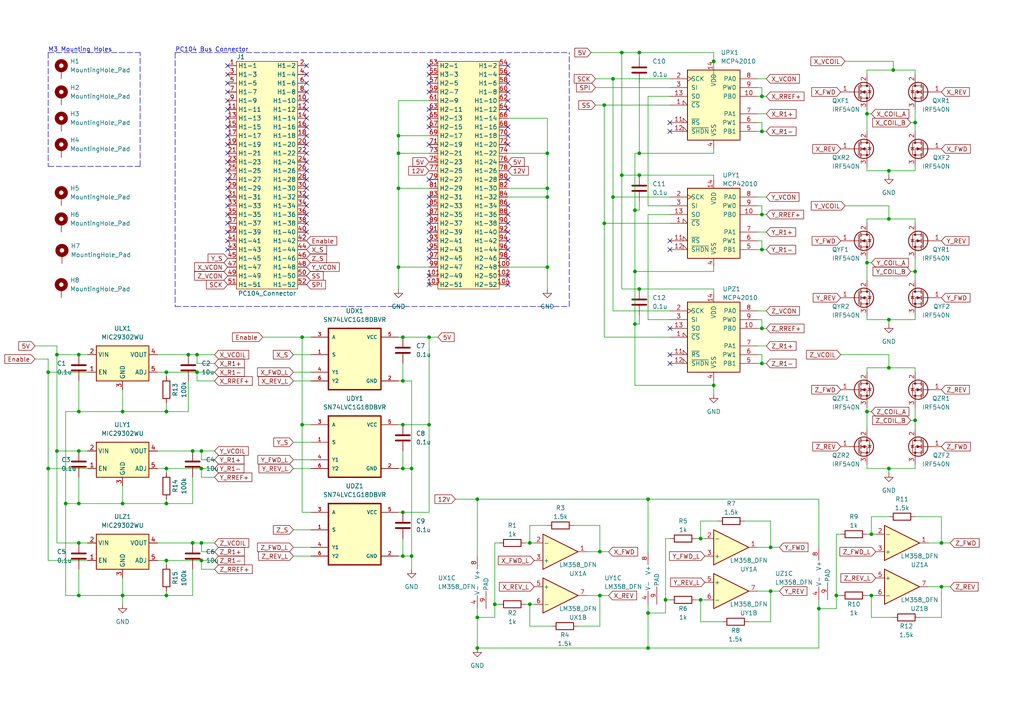
<source format=kicad_sch>
(kicad_sch (version 20211123) (generator eeschema)
  (paper "A4")
  (lib_symbols
    (symbol "Amplifier_Operational:LM358_DFN" (pin_names (offset 0.127))
      (property "Reference" "U" (at 0 5.08 0))
      (property "Value" "LM358_DFN" (at 0 -5.08 0))
      (symbol "LM358_DFN_1_1"
        (pin output line (at 7.62 0 180) (length 2.54) (name "~") (number "1"))
        (pin input line (at -7.62 -2.54 0) (length 2.54) (name "-") (number "2"))
        (pin input line (at -7.62 2.54 0) (length 2.54) (name "+") (number "3"))
      )
      (symbol "LM358_DFN_2_1"
        (pin input line (at -7.62 2.54 0) (length 2.54) (name "+") (number "5"))
        (pin input line (at -7.62 -2.54 0) (length 2.54) (name "-") (number "6"))
        (pin output line (at 7.62 0 180) (length 2.54) (name "~") (number "7"))
      )
      (symbol "LM358_DFN_3_1"
        (pin power_in line (at -2.54 -7.62 90) (length 3.81) (name "V-") (number "4"))
        (pin power_in line (at -2.54 7.62 270) (length 3.81) (name "V+") (number "8"))
        (pin power_in line (at 0 -7.62 90) (length 5.08) (name "PAD") (number "9"))
      )
    )
    (symbol "Device:C" (pin_numbers hide) (pin_names (offset 0.254))
      (property "Reference" "C" (at 0.635 2.54 0))
      (property "Value" "C" (at 0.635 -2.54 0))
      (symbol "C_1_1"
        (pin passive line (at 0 3.81 270) (length 2.794) (name "~") (number "1"))
        (pin passive line (at 0 -3.81 90) (length 2.794) (name "~") (number "2"))
      )
    )
    (symbol "Device:R" (pin_numbers hide) (pin_names (offset 0))
      (property "Reference" "R" (at 2.032 0 90))
      (property "Value" "R" (at 0 0 90))
      (symbol "R_1_1"
        (pin passive line (at 0 3.81 270) (length 1.27) (name "~") (number "1"))
        (pin passive line (at 0 -3.81 90) (length 1.27) (name "~") (number "2"))
      )
    )
    (symbol "Mechanical:MountingHole_Pad" (pin_numbers hide) (pin_names (offset 1.016) hide)
      (property "Reference" "H" (at 0 6.35 0))
      (property "Value" "MountingHole_Pad" (at 0 4.445 0))
      (symbol "MountingHole_Pad_1_1"
        (pin input line (at 0 -2.54 90) (length 2.54) (name "1") (number "1"))
      )
    )
    (symbol "Potentiometer_Digital:MCP42010" (pin_names (offset 1.016))
      (property "Reference" "U" (at -7.62 11.43 0))
      (property "Value" "MCP42010" (at 2.54 11.43 0))
      (symbol "MCP42010_1_1"
        (pin input input_low (at -12.7 0 0) (length 5.08) (name "~{CS}") (number "1"))
        (pin passive line (at 12.7 2.54 180) (length 5.08) (name "PB0") (number "10"))
        (pin input input_low (at -12.7 -5.08 0) (length 5.08) (name "~{RS}") (number "11"))
        (pin input input_low (at -12.7 -7.62 0) (length 5.08) (name "~{SHDN}") (number "12"))
        (pin output line (at -12.7 2.54 0) (length 5.08) (name "SO") (number "13"))
        (pin power_in line (at 0 12.7 270) (length 2.54) (name "VDD") (number "14"))
        (pin input clock (at -12.7 7.62 0) (length 5.08) (name "SCK") (number "2"))
        (pin input line (at -12.7 5.08 0) (length 5.08) (name "SI") (number "3"))
        (pin power_in line (at 0 -12.7 90) (length 2.54) (name "VSS") (number "4"))
        (pin passive line (at 12.7 -7.62 180) (length 5.08) (name "PB1") (number "5"))
        (pin passive line (at 12.7 -5.08 180) (length 5.08) (name "PW1") (number "6"))
        (pin passive line (at 12.7 -2.54 180) (length 5.08) (name "PA1") (number "7"))
        (pin passive line (at 12.7 7.62 180) (length 5.08) (name "PA0") (number "8"))
        (pin passive line (at 12.7 5.08 180) (length 5.08) (name "PW0") (number "9"))
      )
    )
    (symbol "Regulator_Linear:MIC29302WU"
      (property "Reference" "U" (at -6.35 6.35 0))
      (property "Value" "MIC29302WU" (at 2.54 6.35 0))
      (symbol "MIC29302WU_1_1"
        (pin input line (at -10.16 -2.54 0) (length 2.54) (name "EN") (number "1"))
        (pin power_in line (at -10.16 2.54 0) (length 2.54) (name "VIN") (number "2"))
        (pin power_in line (at 0 -7.62 90) (length 2.54) (name "GND") (number "3"))
        (pin power_out line (at 10.16 2.54 180) (length 2.54) (name "VOUT") (number "4"))
        (pin input line (at 10.16 -2.54 180) (length 2.54) (name "ADJ") (number "5"))
      )
    )
    (symbol "SN74LVC1G18DBVR:SN74LVC1G18DBVR" (pin_names (offset 1.016))
      (property "Reference" "U" (at -5.08 3.81 0))
      (property "Value" "SN74LVC1G18DBVR" (at -12.7 -19.2278 0))
      (symbol "SN74LVC1G18DBVR_0_0"
        (pin bidirectional line (at -10.16 -5.08 0) (length 5.08) (name "S") (number "1"))
        (pin power_in line (at 15.24 -12.7 180) (length 5.08) (name "GND") (number "2"))
        (pin bidirectional line (at -10.16 0 0) (length 5.08) (name "A") (number "3"))
        (pin bidirectional line (at -10.16 -10.16 0) (length 5.08) (name "Y1") (number "4"))
        (pin power_in line (at 15.24 0 180) (length 5.08) (name "VCC") (number "5"))
        (pin bidirectional line (at -10.16 -12.7 0) (length 5.08) (name "Y2") (number "6"))
      )
    )
    (symbol "Transistor_FET:IRF540N" (pin_names hide)
      (property "Reference" "Q" (at 6.35 1.905 0))
      (property "Value" "IRF540N" (at 6.35 0 0))
      (symbol "IRF540N_1_1"
        (pin input line (at -5.08 0 0) (length 2.54) (name "G") (number "1"))
        (pin passive line (at 2.54 5.08 270) (length 2.54) (name "D") (number "2"))
        (pin passive line (at 2.54 -5.08 90) (length 2.54) (name "S") (number "3"))
      )
    )
    (symbol "power:GND" (power) (pin_names (offset 0))
      (property "Value" "GND" (at 0 -3.81 0))
      (symbol "GND_1_1"
        (pin power_in line (at 0 0 270) (length 0) hide (name "GND") (number "1"))
      )
    )
    (symbol "qset-connector-library:PC104_Connector"
      (property "Reference" "J" (at -36.83 -71.12 0))
      (property "Value" "PC104_Connector" (at -26.67 -71.12 0))
      (symbol "PC104_Connector_1_1"
        (pin bidirectional line (at -40.64 -3.81 0) (length 2.54) (name "H1-1") (number "1"))
        (pin bidirectional line (at -17.78 -13.97 180) (length 2.54) (name "H1-10") (number "10"))
        (pin bidirectional line (at 40.64 -62.23 180) (length 2.54) (name "H2-48") (number "100"))
        (pin bidirectional line (at 17.78 -64.77 0) (length 2.54) (name "H2-49") (number "101"))
        (pin bidirectional line (at 40.64 -64.77 180) (length 2.54) (name "H2-50") (number "102"))
        (pin bidirectional line (at 17.78 -67.31 0) (length 2.54) (name "H2-51") (number "103"))
        (pin bidirectional line (at 40.64 -67.31 180) (length 2.54) (name "H2-52") (number "104"))
        (pin bidirectional line (at -40.64 -16.51 0) (length 2.54) (name "H1-11") (number "11"))
        (pin bidirectional line (at -17.78 -16.51 180) (length 2.54) (name "H1-12") (number "12"))
        (pin bidirectional line (at -40.64 -19.05 0) (length 2.54) (name "H1-13") (number "13"))
        (pin bidirectional line (at -17.78 -19.05 180) (length 2.54) (name "H1-14") (number "14"))
        (pin bidirectional line (at -40.64 -21.59 0) (length 2.54) (name "H1-15") (number "15"))
        (pin bidirectional line (at -17.78 -21.59 180) (length 2.54) (name "H1-16") (number "16"))
        (pin bidirectional line (at -40.64 -24.13 0) (length 2.54) (name "H1-17") (number "17"))
        (pin bidirectional line (at -17.78 -24.13 180) (length 2.54) (name "H1-18") (number "18"))
        (pin bidirectional line (at -40.64 -26.67 0) (length 2.54) (name "H1-19") (number "19"))
        (pin bidirectional line (at -17.78 -3.81 180) (length 2.54) (name "H1-2") (number "2"))
        (pin bidirectional line (at -17.78 -26.67 180) (length 2.54) (name "H1-20") (number "20"))
        (pin bidirectional line (at -40.64 -29.21 0) (length 2.54) (name "H1-21") (number "21"))
        (pin bidirectional line (at -17.78 -29.21 180) (length 2.54) (name "H1-22") (number "22"))
        (pin bidirectional line (at -40.64 -31.75 0) (length 2.54) (name "H1-23") (number "23"))
        (pin bidirectional line (at -17.78 -31.75 180) (length 2.54) (name "H1-24") (number "24"))
        (pin bidirectional line (at -40.64 -34.29 0) (length 2.54) (name "H1-25") (number "25"))
        (pin bidirectional line (at -17.78 -34.29 180) (length 2.54) (name "H1-26") (number "26"))
        (pin bidirectional line (at -40.64 -36.83 0) (length 2.54) (name "H1-27") (number "27"))
        (pin bidirectional line (at -17.78 -36.83 180) (length 2.54) (name "H1-28") (number "28"))
        (pin bidirectional line (at -40.64 -39.37 0) (length 2.54) (name "H1-29") (number "29"))
        (pin bidirectional line (at -40.64 -6.35 0) (length 2.54) (name "H1-3") (number "3"))
        (pin bidirectional line (at -17.78 -39.37 180) (length 2.54) (name "H1-30") (number "30"))
        (pin bidirectional line (at -40.64 -41.91 0) (length 2.54) (name "H1-31") (number "31"))
        (pin bidirectional line (at -17.78 -41.91 180) (length 2.54) (name "H1-32") (number "32"))
        (pin bidirectional line (at -40.64 -44.45 0) (length 2.54) (name "H1-33") (number "33"))
        (pin bidirectional line (at -17.78 -44.45 180) (length 2.54) (name "H1-34") (number "34"))
        (pin bidirectional line (at -40.64 -46.99 0) (length 2.54) (name "H1-35") (number "35"))
        (pin bidirectional line (at -17.78 -46.99 180) (length 2.54) (name "H1-36") (number "36"))
        (pin bidirectional line (at -40.64 -49.53 0) (length 2.54) (name "H1-37") (number "37"))
        (pin bidirectional line (at -17.78 -49.53 180) (length 2.54) (name "H1-38") (number "38"))
        (pin bidirectional line (at -40.64 -52.07 0) (length 2.54) (name "H1-39") (number "39"))
        (pin bidirectional line (at -17.78 -6.35 180) (length 2.54) (name "H1-4") (number "4"))
        (pin bidirectional line (at -17.78 -52.07 180) (length 2.54) (name "H1-40") (number "40"))
        (pin bidirectional line (at -40.64 -54.61 0) (length 2.54) (name "H1-41") (number "41"))
        (pin bidirectional line (at -17.78 -54.61 180) (length 2.54) (name "H1-42") (number "42"))
        (pin bidirectional line (at -40.64 -57.15 0) (length 2.54) (name "H1-43") (number "43"))
        (pin bidirectional line (at -17.78 -57.15 180) (length 2.54) (name "H1-44") (number "44"))
        (pin bidirectional line (at -40.64 -59.69 0) (length 2.54) (name "H1-45") (number "45"))
        (pin bidirectional line (at -17.78 -59.69 180) (length 2.54) (name "H1-46") (number "46"))
        (pin bidirectional line (at -40.64 -62.23 0) (length 2.54) (name "H1-47") (number "47"))
        (pin bidirectional line (at -17.78 -62.23 180) (length 2.54) (name "H1-48") (number "48"))
        (pin bidirectional line (at -40.64 -64.77 0) (length 2.54) (name "H1-49") (number "49"))
        (pin bidirectional line (at -40.64 -8.89 0) (length 2.54) (name "H1-5") (number "5"))
        (pin bidirectional line (at -17.78 -64.77 180) (length 2.54) (name "H1-50") (number "50"))
        (pin bidirectional line (at -40.64 -67.31 0) (length 2.54) (name "H1-51") (number "51"))
        (pin bidirectional line (at -17.78 -67.31 180) (length 2.54) (name "H1-52") (number "52"))
        (pin bidirectional line (at 17.78 -3.81 0) (length 2.54) (name "H2-1") (number "53"))
        (pin bidirectional line (at 40.64 -3.81 180) (length 2.54) (name "H1-2") (number "54"))
        (pin bidirectional line (at 17.78 -6.35 0) (length 2.54) (name "H3-3") (number "55"))
        (pin bidirectional line (at 40.64 -6.35 180) (length 2.54) (name "H1-4") (number "56"))
        (pin bidirectional line (at 17.78 -8.89 0) (length 2.54) (name "H2-5") (number "57"))
        (pin bidirectional line (at 40.64 -8.89 180) (length 2.54) (name "H1-6") (number "58"))
        (pin bidirectional line (at 17.78 -11.43 0) (length 2.54) (name "H2-7") (number "59"))
        (pin bidirectional line (at -17.78 -8.89 180) (length 2.54) (name "H1-6") (number "6"))
        (pin bidirectional line (at 40.64 -11.43 180) (length 2.54) (name "H1-8") (number "60"))
        (pin bidirectional line (at 17.78 -13.97 0) (length 2.54) (name "H2-9") (number "61"))
        (pin bidirectional line (at 40.64 -13.97 180) (length 2.54) (name "H1-10") (number "62"))
        (pin bidirectional line (at 17.78 -16.51 0) (length 2.54) (name "H2-11") (number "63"))
        (pin bidirectional line (at 40.64 -16.51 180) (length 2.54) (name "H1-12") (number "64"))
        (pin bidirectional line (at 17.78 -19.05 0) (length 2.54) (name "H2-13") (number "65"))
        (pin bidirectional line (at 40.64 -19.05 180) (length 2.54) (name "H1-14") (number "66"))
        (pin bidirectional line (at 17.78 -21.59 0) (length 2.54) (name "H2-15") (number "67"))
        (pin bidirectional line (at 40.64 -21.59 180) (length 2.54) (name "H1-16") (number "68"))
        (pin bidirectional line (at 17.78 -24.13 0) (length 2.54) (name "H2-17") (number "69"))
        (pin bidirectional line (at -40.64 -11.43 0) (length 2.54) (name "H1-7") (number "7"))
        (pin bidirectional line (at 40.64 -24.13 180) (length 2.54) (name "H1-18") (number "70"))
        (pin bidirectional line (at 17.78 -26.67 0) (length 2.54) (name "H2-19") (number "71"))
        (pin bidirectional line (at 40.64 -26.67 180) (length 2.54) (name "H1-20") (number "72"))
        (pin bidirectional line (at 17.78 -29.21 0) (length 2.54) (name "H2-21") (number "73"))
        (pin bidirectional line (at 40.64 -29.21 180) (length 2.54) (name "H1-22") (number "74"))
        (pin bidirectional line (at 17.78 -31.75 0) (length 2.54) (name "H2-23") (number "75"))
        (pin bidirectional line (at 40.64 -31.75 180) (length 2.54) (name "H1-24") (number "76"))
        (pin bidirectional line (at 17.78 -34.29 0) (length 2.54) (name "H2-25") (number "77"))
        (pin bidirectional line (at 40.64 -34.29 180) (length 2.54) (name "H1-26") (number "78"))
        (pin bidirectional line (at 17.78 -36.83 0) (length 2.54) (name "H2-27") (number "79"))
        (pin bidirectional line (at -17.78 -11.43 180) (length 2.54) (name "H1-8") (number "8"))
        (pin bidirectional line (at 40.64 -36.83 180) (length 2.54) (name "H1-28") (number "80"))
        (pin bidirectional line (at 17.78 -39.37 0) (length 2.54) (name "H2-29") (number "81"))
        (pin bidirectional line (at 40.64 -39.37 180) (length 2.54) (name "H1-30") (number "82"))
        (pin bidirectional line (at 17.78 -41.91 0) (length 2.54) (name "H2-31") (number "83"))
        (pin bidirectional line (at 40.64 -41.91 180) (length 2.54) (name "H1-32") (number "84"))
        (pin bidirectional line (at 17.78 -44.45 0) (length 2.54) (name "H2-33") (number "85"))
        (pin bidirectional line (at 40.64 -44.45 180) (length 2.54) (name "H1-34") (number "86"))
        (pin bidirectional line (at 17.78 -46.99 0) (length 2.54) (name "H2-35") (number "87"))
        (pin bidirectional line (at 40.64 -46.99 180) (length 2.54) (name "H1-36") (number "88"))
        (pin bidirectional line (at 17.78 -49.53 0) (length 2.54) (name "H2-37") (number "89"))
        (pin bidirectional line (at -40.64 -13.97 0) (length 2.54) (name "H1-9") (number "9"))
        (pin bidirectional line (at 40.64 -49.53 180) (length 2.54) (name "H1-38") (number "90"))
        (pin bidirectional line (at 17.78 -52.07 0) (length 2.54) (name "H2-39") (number "91"))
        (pin bidirectional line (at 40.64 -52.07 180) (length 2.54) (name "H1-40") (number "92"))
        (pin bidirectional line (at 17.78 -54.61 0) (length 2.54) (name "H2-41") (number "93"))
        (pin bidirectional line (at 40.64 -54.61 180) (length 2.54) (name "H1-42") (number "94"))
        (pin bidirectional line (at 17.78 -57.15 0) (length 2.54) (name "H2-43") (number "95"))
        (pin bidirectional line (at 40.64 -57.15 180) (length 2.54) (name "H1-44") (number "96"))
        (pin bidirectional line (at 17.78 -59.69 0) (length 2.54) (name "H2-45") (number "97"))
        (pin bidirectional line (at 40.64 -59.69 180) (length 2.54) (name "H2-46") (number "98"))
        (pin bidirectional line (at 17.78 -62.23 0) (length 2.54) (name "H2-47") (number "99"))
      )
    )
  )
  (junction (at 55.88 157.48))
  (junction (at 116.84 148.59))
  (junction (at 115.57 39.37))
  (junction (at 22.86 119.38))
  (junction (at 158.75 54.61))
  (junction (at 35.56 146.05))
  (junction (at 220.98 27.94))
  (junction (at 257.81 49.53))
  (junction (at 177.8 22.86))
  (junction (at 153.67 175.26))
  (junction (at 22.86 146.05))
  (junction (at 265.43 35.56))
  (junction (at 257.81 106.68))
  (junction (at 143.51 175.26))
  (junction (at 35.56 119.38))
  (junction (at 48.26 172.72))
  (junction (at 48.26 135.89))
  (junction (at 158.75 77.47))
  (junction (at 220.98 95.25))
  (junction (at 16.51 130.81))
  (junction (at 223.52 171.45))
  (junction (at 116.84 123.19))
  (junction (at 48.26 162.56))
  (junction (at 265.43 121.92))
  (junction (at 257.81 92.71))
  (junction (at 252.73 172.72))
  (junction (at 184.15 93.98))
  (junction (at 180.34 15.24))
  (junction (at 185.42 15.24))
  (junction (at 175.26 30.48))
  (junction (at 115.57 54.61))
  (junction (at 220.98 105.41))
  (junction (at 223.52 158.75))
  (junction (at 251.46 33.02))
  (junction (at 158.75 44.45))
  (junction (at 187.96 187.96))
  (junction (at 115.57 77.47))
  (junction (at 58.42 157.48))
  (junction (at 203.2 156.21))
  (junction (at 48.26 107.95))
  (junction (at 124.46 97.79))
  (junction (at 116.84 97.79))
  (junction (at 184.15 60.96))
  (junction (at 119.38 161.29))
  (junction (at 193.04 173.99))
  (junction (at 58.42 135.89))
  (junction (at 273.05 170.18))
  (junction (at 57.15 107.95))
  (junction (at 220.98 38.1))
  (junction (at 251.46 76.2))
  (junction (at 185.42 83.82))
  (junction (at 273.05 157.48))
  (junction (at 257.81 135.89))
  (junction (at 185.42 50.8))
  (junction (at 55.88 130.81))
  (junction (at 116.84 110.49))
  (junction (at 257.81 63.5))
  (junction (at 13.97 107.95))
  (junction (at 57.15 102.87))
  (junction (at 87.63 97.79))
  (junction (at 251.46 119.38))
  (junction (at 119.38 135.89))
  (junction (at 185.42 44.45))
  (junction (at 207.01 111.76))
  (junction (at 259.08 20.32))
  (junction (at 265.43 78.74))
  (junction (at 138.43 144.78))
  (junction (at 237.49 176.53))
  (junction (at 13.97 135.89))
  (junction (at 48.26 119.38))
  (junction (at 180.34 50.8))
  (junction (at 22.86 157.48))
  (junction (at 175.26 64.77))
  (junction (at 22.86 102.87))
  (junction (at 242.57 172.72))
  (junction (at 19.05 146.05))
  (junction (at 220.98 72.39))
  (junction (at 173.99 172.72))
  (junction (at 115.57 44.45))
  (junction (at 35.56 172.72))
  (junction (at 58.42 130.81))
  (junction (at 252.73 154.94))
  (junction (at 220.98 62.23))
  (junction (at 58.42 162.56))
  (junction (at 116.84 135.89))
  (junction (at 207.01 17.78))
  (junction (at 138.43 179.07))
  (junction (at 87.63 123.19))
  (junction (at 177.8 57.15))
  (junction (at 124.46 123.19))
  (junction (at 54.61 102.87))
  (junction (at 184.15 78.74))
  (junction (at 16.51 102.87))
  (junction (at 203.2 173.99))
  (junction (at 153.67 157.48))
  (junction (at 187.96 177.8))
  (junction (at 48.26 146.05))
  (junction (at 158.75 57.15))
  (junction (at 22.86 172.72))
  (junction (at 116.84 161.29))
  (junction (at 173.99 160.02))
  (junction (at 22.86 130.81))
  (junction (at 138.43 187.96))
  (junction (at 187.96 144.78))
  (no_connect (at 194.31 38.1))
  (no_connect (at 194.31 105.41))
  (no_connect (at 124.46 41.91))
  (no_connect (at 147.32 41.91))
  (no_connect (at 66.04 29.21))
  (no_connect (at 66.04 31.75))
  (no_connect (at 66.04 46.99))
  (no_connect (at 66.04 19.05))
  (no_connect (at 66.04 21.59))
  (no_connect (at 66.04 24.13))
  (no_connect (at 66.04 26.67))
  (no_connect (at 66.04 34.29))
  (no_connect (at 66.04 36.83))
  (no_connect (at 66.04 39.37))
  (no_connect (at 66.04 41.91))
  (no_connect (at 66.04 44.45))
  (no_connect (at 66.04 59.69))
  (no_connect (at 66.04 62.23))
  (no_connect (at 66.04 64.77))
  (no_connect (at 66.04 67.31))
  (no_connect (at 66.04 69.85))
  (no_connect (at 66.04 72.39))
  (no_connect (at 88.9 67.31))
  (no_connect (at 88.9 64.77))
  (no_connect (at 88.9 62.23))
  (no_connect (at 88.9 59.69))
  (no_connect (at 66.04 49.53))
  (no_connect (at 66.04 52.07))
  (no_connect (at 66.04 54.61))
  (no_connect (at 66.04 57.15))
  (no_connect (at 88.9 57.15))
  (no_connect (at 88.9 54.61))
  (no_connect (at 88.9 52.07))
  (no_connect (at 88.9 49.53))
  (no_connect (at 88.9 46.99))
  (no_connect (at 88.9 44.45))
  (no_connect (at 88.9 41.91))
  (no_connect (at 88.9 36.83))
  (no_connect (at 88.9 39.37))
  (no_connect (at 88.9 19.05))
  (no_connect (at 88.9 21.59))
  (no_connect (at 88.9 24.13))
  (no_connect (at 88.9 26.67))
  (no_connect (at 88.9 29.21))
  (no_connect (at 88.9 31.75))
  (no_connect (at 88.9 34.29))
  (no_connect (at 124.46 31.75))
  (no_connect (at 124.46 19.05))
  (no_connect (at 124.46 21.59))
  (no_connect (at 124.46 24.13))
  (no_connect (at 124.46 26.67))
  (no_connect (at 124.46 34.29))
  (no_connect (at 124.46 36.83))
  (no_connect (at 124.46 52.07))
  (no_connect (at 124.46 59.69))
  (no_connect (at 124.46 62.23))
  (no_connect (at 124.46 64.77))
  (no_connect (at 124.46 67.31))
  (no_connect (at 124.46 69.85))
  (no_connect (at 124.46 72.39))
  (no_connect (at 124.46 74.93))
  (no_connect (at 124.46 80.01))
  (no_connect (at 124.46 82.55))
  (no_connect (at 147.32 82.55))
  (no_connect (at 147.32 80.01))
  (no_connect (at 147.32 74.93))
  (no_connect (at 147.32 72.39))
  (no_connect (at 147.32 69.85))
  (no_connect (at 147.32 67.31))
  (no_connect (at 147.32 64.77))
  (no_connect (at 147.32 62.23))
  (no_connect (at 147.32 59.69))
  (no_connect (at 147.32 52.07))
  (no_connect (at 194.31 69.85))
  (no_connect (at 194.31 35.56))
  (no_connect (at 194.31 95.25))
  (no_connect (at 124.46 57.15))
  (no_connect (at 194.31 72.39))
  (no_connect (at 194.31 102.87))
  (no_connect (at 147.32 29.21))
  (no_connect (at 147.32 19.05))
  (no_connect (at 147.32 21.59))
  (no_connect (at 147.32 24.13))
  (no_connect (at 147.32 26.67))
  (no_connect (at 147.32 39.37))
  (no_connect (at 147.32 36.83))
  (no_connect (at 147.32 31.75))
  (wire (pts (xy 35.56 172.72) (xy 35.56 175.26)))
  (wire (pts (xy 58.42 138.43) (xy 58.42 135.89)))
  (wire (pts (xy 173.99 181.61) (xy 173.99 172.72)))
  (wire (pts (xy 10.16 104.14) (xy 13.97 104.14)))
  (wire (pts (xy 265.43 134.62) (xy 265.43 135.89)))
  (wire (pts (xy 220.98 27.94) (xy 222.25 27.94)))
  (wire (pts (xy 85.09 128.27) (xy 90.17 128.27)))
  (wire (pts (xy 265.43 48.26) (xy 265.43 49.53)))
  (wire (pts (xy 116.84 135.89) (xy 119.38 135.89)))
  (wire (pts (xy 237.49 176.53) (xy 237.49 187.96)))
  (wire (pts (xy 252.73 172.72) (xy 254 172.72)))
  (wire (pts (xy 187.96 177.8) (xy 187.96 187.96)))
  (wire (pts (xy 116.84 110.49) (xy 119.38 110.49)))
  (wire (pts (xy 87.63 97.79) (xy 87.63 123.19)))
  (wire (pts (xy 138.43 144.78) (xy 138.43 161.29)))
  (wire (pts (xy 251.46 119.38) (xy 252.73 119.38)))
  (wire (pts (xy 219.71 33.02) (xy 222.25 33.02)))
  (wire (pts (xy 252.73 149.86) (xy 257.81 149.86)))
  (wire (pts (xy 138.43 144.78) (xy 187.96 144.78)))
  (wire (pts (xy 19.05 119.38) (xy 22.86 119.38)))
  (wire (pts (xy 185.42 50.8) (xy 207.01 50.8)))
  (wire (pts (xy 147.32 54.61) (xy 158.75 54.61)))
  (wire (pts (xy 158.75 54.61) (xy 158.75 57.15)))
  (wire (pts (xy 207.01 83.82) (xy 207.01 85.09)))
  (wire (pts (xy 45.72 135.89) (xy 48.26 135.89)))
  (polyline (pts (xy 50.8 15.24) (xy 50.8 88.9)))
  (wire (pts (xy 116.84 156.21) (xy 116.84 161.29)))
  (wire (pts (xy 243.84 154.94) (xy 242.57 154.94)))
  (wire (pts (xy 203.2 151.13) (xy 208.28 151.13)))
  (wire (pts (xy 115.57 29.21) (xy 124.46 29.21)))
  (wire (pts (xy 87.63 123.19) (xy 87.63 148.59)))
  (wire (pts (xy 35.56 113.03) (xy 35.56 119.38)))
  (wire (pts (xy 251.46 119.38) (xy 251.46 124.46)))
  (wire (pts (xy 153.67 157.48) (xy 153.67 152.4)))
  (wire (pts (xy 187.96 175.26) (xy 187.96 177.8)))
  (wire (pts (xy 257.81 106.68) (xy 265.43 106.68)))
  (wire (pts (xy 116.84 130.81) (xy 116.84 135.89)))
  (wire (pts (xy 138.43 187.96) (xy 187.96 187.96)))
  (wire (pts (xy 251.46 106.68) (xy 257.81 106.68)))
  (wire (pts (xy 87.63 148.59) (xy 90.17 148.59)))
  (wire (pts (xy 194.31 156.21) (xy 193.04 156.21)))
  (wire (pts (xy 16.51 102.87) (xy 16.51 130.81)))
  (wire (pts (xy 85.09 161.29) (xy 90.17 161.29)))
  (wire (pts (xy 251.46 21.59) (xy 251.46 20.32)))
  (wire (pts (xy 194.31 62.23) (xy 187.96 62.23)))
  (wire (pts (xy 175.26 64.77) (xy 194.31 64.77)))
  (wire (pts (xy 48.26 162.56) (xy 45.72 162.56)))
  (wire (pts (xy 35.56 167.64) (xy 35.56 172.72)))
  (wire (pts (xy 273.05 149.86) (xy 273.05 157.48)))
  (wire (pts (xy 242.57 154.94) (xy 242.57 172.72)))
  (wire (pts (xy 48.26 146.05) (xy 35.56 146.05)))
  (wire (pts (xy 257.81 102.87) (xy 257.81 106.68)))
  (wire (pts (xy 184.15 93.98) (xy 184.15 111.76)))
  (wire (pts (xy 187.96 27.94) (xy 187.96 59.69)))
  (wire (pts (xy 48.26 107.95) (xy 45.72 107.95)))
  (wire (pts (xy 124.46 148.59) (xy 116.84 148.59)))
  (wire (pts (xy 220.98 72.39) (xy 222.25 72.39)))
  (wire (pts (xy 219.71 90.17) (xy 222.25 90.17)))
  (wire (pts (xy 187.96 92.71) (xy 194.31 92.71)))
  (wire (pts (xy 185.42 60.96) (xy 184.15 60.96)))
  (wire (pts (xy 264.16 35.56) (xy 265.43 35.56)))
  (wire (pts (xy 58.42 160.02) (xy 58.42 157.48)))
  (wire (pts (xy 259.08 17.78) (xy 259.08 20.32)))
  (wire (pts (xy 173.99 160.02) (xy 176.53 160.02)))
  (wire (pts (xy 219.71 35.56) (xy 220.98 35.56)))
  (wire (pts (xy 13.97 104.14) (xy 13.97 107.95)))
  (wire (pts (xy 158.75 44.45) (xy 158.75 54.61)))
  (wire (pts (xy 251.46 134.62) (xy 251.46 135.89)))
  (wire (pts (xy 153.67 152.4) (xy 158.75 152.4)))
  (wire (pts (xy 144.78 175.26) (xy 143.51 175.26)))
  (wire (pts (xy 242.57 172.72) (xy 242.57 176.53)))
  (wire (pts (xy 48.26 135.89) (xy 48.26 137.16)))
  (wire (pts (xy 185.42 93.98) (xy 184.15 93.98)))
  (wire (pts (xy 259.08 20.32) (xy 265.43 20.32)))
  (wire (pts (xy 219.71 38.1) (xy 220.98 38.1)))
  (wire (pts (xy 251.46 49.53) (xy 257.81 49.53)))
  (wire (pts (xy 48.26 135.89) (xy 58.42 135.89)))
  (wire (pts (xy 22.86 119.38) (xy 35.56 119.38)))
  (wire (pts (xy 251.46 31.75) (xy 251.46 33.02)))
  (wire (pts (xy 257.81 135.89) (xy 257.81 137.16)))
  (wire (pts (xy 173.99 172.72) (xy 176.53 172.72)))
  (wire (pts (xy 223.52 171.45) (xy 226.06 171.45)))
  (wire (pts (xy 13.97 162.56) (xy 25.4 162.56)))
  (wire (pts (xy 57.15 107.95) (xy 57.15 110.49)))
  (wire (pts (xy 264.16 78.74) (xy 265.43 78.74)))
  (wire (pts (xy 220.98 105.41) (xy 222.25 105.41)))
  (wire (pts (xy 158.75 34.29) (xy 158.75 44.45)))
  (wire (pts (xy 166.37 152.4) (xy 173.99 152.4)))
  (wire (pts (xy 76.2 97.79) (xy 87.63 97.79)))
  (wire (pts (xy 251.46 135.89) (xy 257.81 135.89)))
  (wire (pts (xy 138.43 179.07) (xy 138.43 187.96)))
  (wire (pts (xy 177.8 90.17) (xy 194.31 90.17)))
  (wire (pts (xy 180.34 15.24) (xy 185.42 15.24)))
  (wire (pts (xy 223.52 158.75) (xy 219.71 158.75)))
  (wire (pts (xy 220.98 62.23) (xy 222.25 62.23)))
  (wire (pts (xy 219.71 22.86) (xy 222.25 22.86)))
  (wire (pts (xy 220.98 25.4) (xy 220.98 27.94)))
  (wire (pts (xy 215.9 151.13) (xy 223.52 151.13)))
  (wire (pts (xy 152.4 175.26) (xy 153.67 175.26)))
  (wire (pts (xy 187.96 144.78) (xy 187.96 160.02)))
  (wire (pts (xy 219.71 57.15) (xy 222.25 57.15)))
  (wire (pts (xy 187.96 59.69) (xy 194.31 59.69)))
  (wire (pts (xy 173.99 160.02) (xy 170.18 160.02)))
  (wire (pts (xy 219.71 105.41) (xy 220.98 105.41)))
  (wire (pts (xy 85.09 107.95) (xy 90.17 107.95)))
  (wire (pts (xy 177.8 57.15) (xy 194.31 57.15)))
  (wire (pts (xy 48.26 109.22) (xy 48.26 107.95)))
  (wire (pts (xy 203.2 173.99) (xy 203.2 180.34)))
  (wire (pts (xy 55.88 138.43) (xy 55.88 146.05)))
  (wire (pts (xy 219.71 102.87) (xy 220.98 102.87)))
  (wire (pts (xy 251.46 48.26) (xy 251.46 49.53)))
  (polyline (pts (xy 13.97 15.24) (xy 13.97 48.26)))
  (wire (pts (xy 22.86 102.87) (xy 25.4 102.87)))
  (wire (pts (xy 266.7 179.07) (xy 273.05 179.07)))
  (wire (pts (xy 143.51 157.48) (xy 143.51 175.26)))
  (wire (pts (xy 57.15 105.41) (xy 62.23 105.41)))
  (wire (pts (xy 115.57 77.47) (xy 115.57 83.82)))
  (wire (pts (xy 119.38 161.29) (xy 119.38 165.1)))
  (wire (pts (xy 54.61 110.49) (xy 54.61 119.38)))
  (wire (pts (xy 171.45 15.24) (xy 180.34 15.24)))
  (wire (pts (xy 257.81 49.53) (xy 265.43 49.53)))
  (wire (pts (xy 194.31 173.99) (xy 193.04 173.99)))
  (wire (pts (xy 265.43 78.74) (xy 265.43 81.28)))
  (wire (pts (xy 22.86 157.48) (xy 25.4 157.48)))
  (wire (pts (xy 180.34 50.8) (xy 185.42 50.8)))
  (wire (pts (xy 184.15 111.76) (xy 207.01 111.76)))
  (wire (pts (xy 245.11 59.69) (xy 257.81 59.69)))
  (wire (pts (xy 207.01 44.45) (xy 207.01 43.18)))
  (wire (pts (xy 48.26 119.38) (xy 35.56 119.38)))
  (wire (pts (xy 173.99 172.72) (xy 170.18 172.72)))
  (wire (pts (xy 185.42 15.24) (xy 207.01 15.24)))
  (wire (pts (xy 203.2 173.99) (xy 204.47 173.99)))
  (wire (pts (xy 207.01 78.74) (xy 184.15 78.74)))
  (wire (pts (xy 177.8 22.86) (xy 177.8 57.15)))
  (wire (pts (xy 265.43 121.92) (xy 265.43 124.46)))
  (wire (pts (xy 251.46 91.44) (xy 251.46 92.71)))
  (polyline (pts (xy 50.8 88.9) (xy 165.1 88.9)))
  (wire (pts (xy 220.98 95.25) (xy 222.25 95.25)))
  (wire (pts (xy 173.99 152.4) (xy 173.99 160.02)))
  (wire (pts (xy 207.01 50.8) (xy 207.01 52.07)))
  (wire (pts (xy 19.05 146.05) (xy 19.05 172.72)))
  (wire (pts (xy 177.8 22.86) (xy 194.31 22.86)))
  (wire (pts (xy 143.51 179.07) (xy 138.43 179.07)))
  (wire (pts (xy 62.23 165.1) (xy 58.42 165.1)))
  (wire (pts (xy 265.43 20.32) (xy 265.43 21.59)))
  (wire (pts (xy 203.2 156.21) (xy 203.2 151.13)))
  (wire (pts (xy 201.93 173.99) (xy 203.2 173.99)))
  (polyline (pts (xy 40.64 48.26) (xy 40.64 15.24)))
  (wire (pts (xy 203.2 156.21) (xy 204.47 156.21)))
  (wire (pts (xy 252.73 172.72) (xy 252.73 179.07)))
  (wire (pts (xy 144.78 157.48) (xy 143.51 157.48)))
  (wire (pts (xy 207.01 15.24) (xy 207.01 17.78)))
  (wire (pts (xy 219.71 100.33) (xy 222.25 100.33)))
  (wire (pts (xy 58.42 162.56) (xy 62.23 162.56)))
  (wire (pts (xy 265.43 91.44) (xy 265.43 92.71)))
  (wire (pts (xy 223.52 151.13) (xy 223.52 158.75)))
  (wire (pts (xy 85.09 135.89) (xy 90.17 135.89)))
  (wire (pts (xy 116.84 105.41) (xy 116.84 110.49)))
  (wire (pts (xy 252.73 154.94) (xy 252.73 149.86)))
  (wire (pts (xy 207.01 111.76) (xy 207.01 110.49)))
  (wire (pts (xy 273.05 170.18) (xy 275.59 170.18)))
  (wire (pts (xy 273.05 157.48) (xy 269.24 157.48)))
  (wire (pts (xy 115.57 39.37) (xy 115.57 29.21)))
  (wire (pts (xy 19.05 119.38) (xy 19.05 146.05)))
  (wire (pts (xy 184.15 78.74) (xy 184.15 93.98)))
  (wire (pts (xy 223.52 180.34) (xy 223.52 171.45)))
  (wire (pts (xy 153.67 175.26) (xy 153.67 181.61)))
  (wire (pts (xy 187.96 62.23) (xy 187.96 92.71)))
  (wire (pts (xy 158.75 77.47) (xy 158.75 83.82)))
  (wire (pts (xy 251.46 33.02) (xy 252.73 33.02)))
  (wire (pts (xy 193.04 156.21) (xy 193.04 173.99)))
  (wire (pts (xy 220.98 35.56) (xy 220.98 38.1)))
  (wire (pts (xy 87.63 123.19) (xy 90.17 123.19)))
  (wire (pts (xy 116.84 97.79) (xy 124.46 97.79)))
  (wire (pts (xy 116.84 161.29) (xy 119.38 161.29)))
  (wire (pts (xy 45.72 102.87) (xy 54.61 102.87)))
  (wire (pts (xy 85.09 110.49) (xy 90.17 110.49)))
  (wire (pts (xy 16.51 130.81) (xy 22.86 130.81)))
  (wire (pts (xy 115.57 44.45) (xy 115.57 54.61)))
  (wire (pts (xy 167.64 181.61) (xy 173.99 181.61)))
  (wire (pts (xy 85.09 133.35) (xy 90.17 133.35)))
  (wire (pts (xy 16.51 102.87) (xy 22.86 102.87)))
  (wire (pts (xy 147.32 44.45) (xy 158.75 44.45)))
  (wire (pts (xy 58.42 133.35) (xy 58.42 130.81)))
  (wire (pts (xy 185.42 58.42) (xy 185.42 60.96)))
  (wire (pts (xy 251.46 107.95) (xy 251.46 106.68)))
  (wire (pts (xy 251.46 64.77) (xy 251.46 63.5)))
  (wire (pts (xy 265.43 63.5) (xy 265.43 64.77)))
  (wire (pts (xy 143.51 175.26) (xy 143.51 179.07)))
  (wire (pts (xy 115.57 54.61) (xy 115.57 77.47)))
  (wire (pts (xy 13.97 135.89) (xy 25.4 135.89)))
  (wire (pts (xy 257.81 135.89) (xy 265.43 135.89)))
  (wire (pts (xy 153.67 175.26) (xy 154.94 175.26)))
  (wire (pts (xy 264.16 121.92) (xy 265.43 121.92)))
  (wire (pts (xy 22.86 165.1) (xy 22.86 172.72)))
  (wire (pts (xy 223.52 171.45) (xy 219.71 171.45)))
  (wire (pts (xy 35.56 172.72) (xy 48.26 172.72)))
  (wire (pts (xy 138.43 176.53) (xy 138.43 179.07)))
  (wire (pts (xy 251.46 63.5) (xy 257.81 63.5)))
  (wire (pts (xy 243.84 102.87) (xy 257.81 102.87)))
  (wire (pts (xy 187.96 187.96) (xy 237.49 187.96)))
  (wire (pts (xy 22.86 110.49) (xy 22.86 119.38)))
  (wire (pts (xy 180.34 83.82) (xy 185.42 83.82)))
  (wire (pts (xy 245.11 17.78) (xy 259.08 17.78)))
  (wire (pts (xy 193.04 177.8) (xy 187.96 177.8)))
  (wire (pts (xy 203.2 180.34) (xy 209.55 180.34)))
  (wire (pts (xy 119.38 135.89) (xy 119.38 161.29)))
  (wire (pts (xy 124.46 123.19) (xy 116.84 123.19)))
  (wire (pts (xy 35.56 140.97) (xy 35.56 146.05)))
  (wire (pts (xy 147.32 57.15) (xy 158.75 57.15)))
  (wire (pts (xy 223.52 158.75) (xy 226.06 158.75)))
  (wire (pts (xy 180.34 50.8) (xy 180.34 83.82)))
  (wire (pts (xy 257.81 59.69) (xy 257.81 63.5)))
  (wire (pts (xy 45.72 130.81) (xy 55.88 130.81)))
  (wire (pts (xy 48.26 107.95) (xy 57.15 107.95)))
  (wire (pts (xy 116.84 148.59) (xy 115.57 148.59)))
  (wire (pts (xy 207.01 111.76) (xy 207.01 114.3)))
  (wire (pts (xy 201.93 156.21) (xy 203.2 156.21)))
  (wire (pts (xy 185.42 91.44) (xy 185.42 93.98)))
  (wire (pts (xy 273.05 170.18) (xy 269.24 170.18)))
  (wire (pts (xy 265.43 31.75) (xy 265.43 35.56)))
  (wire (pts (xy 48.26 162.56) (xy 58.42 162.56)))
  (wire (pts (xy 119.38 110.49) (xy 119.38 135.89)))
  (wire (pts (xy 48.26 144.78) (xy 48.26 146.05)))
  (wire (pts (xy 124.46 39.37) (xy 115.57 39.37)))
  (wire (pts (xy 19.05 146.05) (xy 22.86 146.05)))
  (wire (pts (xy 219.71 72.39) (xy 220.98 72.39)))
  (wire (pts (xy 175.26 64.77) (xy 175.26 97.79)))
  (wire (pts (xy 207.01 77.47) (xy 207.01 78.74)))
  (wire (pts (xy 219.71 95.25) (xy 220.98 95.25)))
  (wire (pts (xy 48.26 116.84) (xy 48.26 119.38)))
  (wire (pts (xy 175.26 30.48) (xy 194.31 30.48)))
  (wire (pts (xy 217.17 180.34) (xy 223.52 180.34)))
  (wire (pts (xy 124.46 97.79) (xy 124.46 123.19)))
  (wire (pts (xy 45.72 157.48) (xy 55.88 157.48)))
  (wire (pts (xy 219.71 25.4) (xy 220.98 25.4)))
  (wire (pts (xy 257.81 63.5) (xy 265.43 63.5)))
  (wire (pts (xy 115.57 161.29) (xy 116.84 161.29)))
  (wire (pts (xy 48.26 163.83) (xy 48.26 162.56)))
  (wire (pts (xy 10.16 100.33) (xy 16.51 100.33)))
  (polyline (pts (xy 13.97 48.26) (xy 40.64 48.26)))
  (wire (pts (xy 55.88 165.1) (xy 55.88 172.72)))
  (wire (pts (xy 115.57 54.61) (xy 124.46 54.61)))
  (wire (pts (xy 13.97 135.89) (xy 13.97 162.56)))
  (wire (pts (xy 251.46 118.11) (xy 251.46 119.38)))
  (wire (pts (xy 115.57 44.45) (xy 124.46 44.45)))
  (wire (pts (xy 62.23 133.35) (xy 58.42 133.35)))
  (wire (pts (xy 85.09 102.87) (xy 90.17 102.87)))
  (wire (pts (xy 257.81 49.53) (xy 257.81 50.8)))
  (wire (pts (xy 87.63 97.79) (xy 90.17 97.79)))
  (wire (pts (xy 13.97 107.95) (xy 25.4 107.95)))
  (wire (pts (xy 22.86 130.81) (xy 25.4 130.81)))
  (wire (pts (xy 16.51 130.81) (xy 16.51 157.48)))
  (wire (pts (xy 251.46 74.93) (xy 251.46 76.2)))
  (wire (pts (xy 153.67 181.61) (xy 160.02 181.61)))
  (wire (pts (xy 185.42 24.13) (xy 185.42 44.45)))
  (wire (pts (xy 48.26 172.72) (xy 48.26 171.45)))
  (wire (pts (xy 265.43 74.93) (xy 265.43 78.74)))
  (wire (pts (xy 132.08 144.78) (xy 138.43 144.78)))
  (wire (pts (xy 257.81 92.71) (xy 265.43 92.71)))
  (wire (pts (xy 115.57 97.79) (xy 116.84 97.79)))
  (wire (pts (xy 115.57 135.89) (xy 116.84 135.89)))
  (wire (pts (xy 237.49 144.78) (xy 237.49 158.75)))
  (wire (pts (xy 219.71 92.71) (xy 220.98 92.71)))
  (wire (pts (xy 252.73 179.07) (xy 259.08 179.07)))
  (wire (pts (xy 220.98 69.85) (xy 220.98 72.39)))
  (wire (pts (xy 124.46 123.19) (xy 124.46 148.59)))
  (wire (pts (xy 57.15 102.87) (xy 57.15 105.41)))
  (wire (pts (xy 57.15 107.95) (xy 62.23 107.95)))
  (wire (pts (xy 220.98 38.1) (xy 222.25 38.1)))
  (wire (pts (xy 172.72 22.86) (xy 177.8 22.86)))
  (wire (pts (xy 85.09 153.67) (xy 90.17 153.67)))
  (wire (pts (xy 175.26 97.79) (xy 194.31 97.79)))
  (wire (pts (xy 251.46 154.94) (xy 252.73 154.94)))
  (wire (pts (xy 237.49 173.99) (xy 237.49 176.53)))
  (wire (pts (xy 220.98 92.71) (xy 220.98 95.25)))
  (wire (pts (xy 58.42 165.1) (xy 58.42 162.56)))
  (wire (pts (xy 193.04 173.99) (xy 193.04 177.8)))
  (wire (pts (xy 251.46 20.32) (xy 259.08 20.32)))
  (wire (pts (xy 251.46 172.72) (xy 252.73 172.72)))
  (wire (pts (xy 55.88 157.48) (xy 58.42 157.48)))
  (wire (pts (xy 22.86 172.72) (xy 35.56 172.72)))
  (wire (pts (xy 124.46 97.79) (xy 127 97.79)))
  (wire (pts (xy 85.09 158.75) (xy 90.17 158.75)))
  (wire (pts (xy 58.42 157.48) (xy 62.23 157.48)))
  (wire (pts (xy 58.42 135.89) (xy 62.23 135.89)))
  (wire (pts (xy 257.81 92.71) (xy 257.81 93.98)))
  (wire (pts (xy 265.43 118.11) (xy 265.43 121.92)))
  (wire (pts (xy 16.51 157.48) (xy 22.86 157.48)))
  (wire (pts (xy 220.98 102.87) (xy 220.98 105.41)))
  (wire (pts (xy 207.01 22.86) (xy 207.01 17.78)))
  (wire (pts (xy 180.34 15.24) (xy 180.34 50.8)))
  (wire (pts (xy 184.15 60.96) (xy 184.15 78.74)))
  (wire (pts (xy 220.98 59.69) (xy 220.98 62.23)))
  (wire (pts (xy 273.05 157.48) (xy 275.59 157.48)))
  (wire (pts (xy 219.71 27.94) (xy 220.98 27.94)))
  (wire (pts (xy 55.88 172.72) (xy 48.26 172.72)))
  (wire (pts (xy 194.31 27.94) (xy 187.96 27.94)))
  (wire (pts (xy 185.42 83.82) (xy 207.01 83.82)))
  (wire (pts (xy 115.57 39.37) (xy 115.57 44.45)))
  (wire (pts (xy 184.15 44.45) (xy 184.15 60.96)))
  (wire (pts (xy 251.46 76.2) (xy 251.46 81.28)))
  (wire (pts (xy 54.61 119.38) (xy 48.26 119.38)))
  (wire (pts (xy 243.84 172.72) (xy 242.57 172.72)))
  (wire (pts (xy 175.26 30.48) (xy 175.26 64.77)))
  (wire (pts (xy 185.42 44.45) (xy 184.15 44.45)))
  (wire (pts (xy 219.71 59.69) (xy 220.98 59.69)))
  (wire (pts (xy 54.61 102.87) (xy 57.15 102.87)))
  (wire (pts (xy 116.84 123.19) (xy 115.57 123.19)))
  (wire (pts (xy 19.05 172.72) (xy 22.86 172.72)))
  (wire (pts (xy 273.05 179.07) (xy 273.05 170.18)))
  (wire (pts (xy 251.46 92.71) (xy 257.81 92.71)))
  (wire (pts (xy 57.15 102.87) (xy 62.23 102.87)))
  (wire (pts (xy 177.8 57.15) (xy 177.8 90.17)))
  (wire (pts (xy 265.43 106.68) (xy 265.43 107.95)))
  (polyline (pts (xy 50.8 15.24) (xy 165.1 15.24)))
  (wire (pts (xy 115.57 77.47) (xy 124.46 77.47)))
  (wire (pts (xy 185.42 15.24) (xy 185.42 16.51)))
  (wire (pts (xy 265.43 149.86) (xy 273.05 149.86)))
  (polyline (pts (xy 165.1 88.9) (xy 165.1 15.24)))
  (wire (pts (xy 219.71 67.31) (xy 222.25 67.31)))
  (wire (pts (xy 158.75 57.15) (xy 158.75 77.47)))
  (wire (pts (xy 152.4 157.48) (xy 153.67 157.48)))
  (polyline (pts (xy 13.97 15.24) (xy 40.64 15.24)))
  (wire (pts (xy 16.51 100.33) (xy 16.51 102.87)))
  (wire (pts (xy 172.72 25.4) (xy 194.31 25.4)))
  (wire (pts (xy 251.46 33.02) (xy 251.46 38.1)))
  (wire (pts (xy 115.57 110.49) (xy 116.84 110.49)))
  (wire (pts (xy 251.46 76.2) (xy 252.73 76.2)))
  (wire (pts (xy 187.96 144.78) (xy 237.49 144.78)))
  (wire (pts (xy 172.72 30.48) (xy 175.26 30.48)))
  (wire (pts (xy 57.15 110.49) (xy 62.23 110.49)))
  (wire (pts (xy 207.01 44.45) (xy 185.42 44.45)))
  (wire (pts (xy 13.97 107.95) (xy 13.97 135.89)))
  (wire (pts (xy 147.32 34.29) (xy 158.75 34.29)))
  (wire (pts (xy 22.86 146.05) (xy 35.56 146.05)))
  (wire (pts (xy 22.86 138.43) (xy 22.86 146.05)))
  (wire (pts (xy 62.23 160.02) (xy 58.42 160.02)))
  (wire (pts (xy 252.73 154.94) (xy 254 154.94)))
  (wire (pts (xy 58.42 130.81) (xy 62.23 130.81)))
  (wire (pts (xy 62.23 138.43) (xy 58.42 138.43)))
  (wire (pts (xy 242.57 176.53) (xy 237.49 176.53)))
  (wire (pts (xy 147.32 77.47) (xy 158.75 77.47)))
  (wire (pts (xy 55.88 130.81) (xy 58.42 130.81)))
  (wire (pts (xy 219.71 62.23) (xy 220.98 62.23)))
  (wire (pts (xy 55.88 146.05) (xy 48.26 146.05)))
  (wire (pts (xy 153.67 157.48) (xy 154.94 157.48)))
  (wire (pts (xy 265.43 35.56) (xy 265.43 38.1)))
  (wire (pts (xy 219.71 69.85) (xy 220.98 69.85)))
  (text "M3 Mounting Holes\n" (at 13.97 15.24 0) (effects (font (size 1.27 1.27)) (justify left bottom)))
  (text "PC104 Bus Connector" (at 50.8 15.24 0) (effects (font (size 1.27 1.27)) (justify left bottom)))
  (global_label "X_REV" (shape input) (at 176.53 172.72 0) (property "Intersheet References" "${INTERSHEET_REFS}" (effects hide)))
  (global_label "5V" (shape input) (at 10.16 100.33 180) (property "Intersheet References" "${INTERSHEET_REFS}" (effects hide)))
  (global_label "Z_REV" (shape input) (at 243.84 129.54 180) (property "Intersheet References" "${INTERSHEET_REFS}" (effects hide)))
  (global_label "Y_REV" (shape input) (at 226.06 171.45 0) (property "Intersheet References" "${INTERSHEET_REFS}" (effects hide)))
  (global_label "Z_R1+" (shape input) (at 222.25 100.33 0) (property "Intersheet References" "${INTERSHEET_REFS}" (effects hide)))
  (global_label "Y_REV" (shape input) (at 273.05 69.85 0) (property "Intersheet References" "${INTERSHEET_REFS}" (effects hide)))
  (global_label "5V" (shape input) (at 124.46 46.99 180) (property "Intersheet References" "${INTERSHEET_REFS}" (effects hide)))
  (global_label "X_RREF+" (shape input) (at 222.25 27.94 0) (property "Intersheet References" "${INTERSHEET_REFS}" (effects hide)))
  (global_label "Z_R1-" (shape input) (at 222.25 105.41 0) (property "Intersheet References" "${INTERSHEET_REFS}" (effects hide)))
  (global_label "Y_REV" (shape input) (at 243.84 86.36 180) (property "Intersheet References" "${INTERSHEET_REFS}" (effects hide)))
  (global_label "Z_VCOIL" (shape input) (at 243.84 102.87 180) (property "Intersheet References" "${INTERSHEET_REFS}" (effects hide)))
  (global_label "Z_FWD" (shape input) (at 273.05 129.54 0) (property "Intersheet References" "${INTERSHEET_REFS}" (effects hide)))
  (global_label "Y_VCOIL" (shape input) (at 62.23 130.81 0) (property "Intersheet References" "${INTERSHEET_REFS}" (effects hide)))
  (global_label "12V" (shape input) (at 147.32 49.53 0) (property "Intersheet References" "${INTERSHEET_REFS}" (effects hide)))
  (global_label "X_VCOIL" (shape input) (at 245.11 17.78 180) (property "Intersheet References" "${INTERSHEET_REFS}" (effects hide)))
  (global_label "X_R1-" (shape input) (at 62.23 107.95 0) (property "Intersheet References" "${INTERSHEET_REFS}" (effects hide)))
  (global_label "SCK" (shape input) (at 66.04 82.55 180) (property "Intersheet References" "${INTERSHEET_REFS}" (effects hide)))
  (global_label "Y_S" (shape input) (at 66.04 74.93 180) (property "Intersheet References" "${INTERSHEET_REFS}" (effects hide)))
  (global_label "Y_VCOIL" (shape input) (at 245.11 59.69 180) (property "Intersheet References" "${INTERSHEET_REFS}" (effects hide)))
  (global_label "5V" (shape input) (at 127 97.79 0) (property "Intersheet References" "${INTERSHEET_REFS}" (effects hide)))
  (global_label "Z_R1+" (shape input) (at 62.23 160.02 0) (property "Intersheet References" "${INTERSHEET_REFS}" (effects hide)))
  (global_label "Y_R1-" (shape input) (at 62.23 135.89 0) (property "Intersheet References" "${INTERSHEET_REFS}" (effects hide)))
  (global_label "X_R1-" (shape input) (at 222.25 38.1 0) (property "Intersheet References" "${INTERSHEET_REFS}" (effects hide)))
  (global_label "X_COIL_B" (shape input) (at 264.16 35.56 180) (property "Intersheet References" "${INTERSHEET_REFS}" (effects hide)))
  (global_label "12V" (shape input) (at 124.46 49.53 180) (property "Intersheet References" "${INTERSHEET_REFS}" (effects hide)))
  (global_label "Y_FWD_L" (shape input) (at 204.47 161.29 180) (property "Intersheet References" "${INTERSHEET_REFS}" (effects hide)))
  (global_label "X_VCON" (shape input) (at 66.04 77.47 180) (property "Intersheet References" "${INTERSHEET_REFS}" (effects hide)))
  (global_label "Z_FWD" (shape input) (at 275.59 157.48 0) (property "Intersheet References" "${INTERSHEET_REFS}" (effects hide)))
  (global_label "Y_COIL_B" (shape input) (at 264.16 78.74 180) (property "Intersheet References" "${INTERSHEET_REFS}" (effects hide)))
  (global_label "X_REV_L" (shape input) (at 85.09 110.49 180) (property "Intersheet References" "${INTERSHEET_REFS}" (effects hide)))
  (global_label "Y_RREF+" (shape input) (at 222.25 62.23 0) (property "Intersheet References" "${INTERSHEET_REFS}" (effects hide)))
  (global_label "X_R1+" (shape input) (at 222.25 33.02 0) (property "Intersheet References" "${INTERSHEET_REFS}" (effects hide)))
  (global_label "SPI" (shape input) (at 88.9 82.55 0) (property "Intersheet References" "${INTERSHEET_REFS}" (effects hide)))
  (global_label "Z_RREF+" (shape input) (at 62.23 165.1 0) (property "Intersheet References" "${INTERSHEET_REFS}" (effects hide)))
  (global_label "X_R1+" (shape input) (at 62.23 105.41 0) (property "Intersheet References" "${INTERSHEET_REFS}" (effects hide)))
  (global_label "SCK" (shape input) (at 172.72 22.86 180) (property "Intersheet References" "${INTERSHEET_REFS}" (effects hide)))
  (global_label "Z_REV_L" (shape input) (at 85.09 161.29 180) (property "Intersheet References" "${INTERSHEET_REFS}" (effects hide)))
  (global_label "X_FWD_L" (shape input) (at 154.94 162.56 180) (property "Intersheet References" "${INTERSHEET_REFS}" (effects hide)))
  (global_label "X_FWD" (shape input) (at 176.53 160.02 0) (property "Intersheet References" "${INTERSHEET_REFS}" (effects hide)))
  (global_label "Z_VCOIL" (shape input) (at 62.23 157.48 0) (property "Intersheet References" "${INTERSHEET_REFS}" (effects hide)))
  (global_label "X_VCON" (shape input) (at 222.25 22.86 0) (property "Intersheet References" "${INTERSHEET_REFS}" (effects hide)))
  (global_label "SS" (shape input) (at 88.9 80.01 0) (property "Intersheet References" "${INTERSHEET_REFS}" (effects hide)))
  (global_label "Y_FWD_L" (shape input) (at 85.09 133.35 180) (property "Intersheet References" "${INTERSHEET_REFS}" (effects hide)))
  (global_label "X_S" (shape input) (at 88.9 72.39 0) (property "Intersheet References" "${INTERSHEET_REFS}" (effects hide)))
  (global_label "X_RREF+" (shape input) (at 62.23 110.49 0) (property "Intersheet References" "${INTERSHEET_REFS}" (effects hide)))
  (global_label "12V" (shape input) (at 132.08 144.78 180) (property "Intersheet References" "${INTERSHEET_REFS}" (effects hide)))
  (global_label "X_REV" (shape input) (at 273.05 26.67 0) (property "Intersheet References" "${INTERSHEET_REFS}" (effects hide)))
  (global_label "Z_S" (shape input) (at 85.09 153.67 180) (property "Intersheet References" "${INTERSHEET_REFS}" (effects hide)))
  (global_label "X_FWD" (shape input) (at 273.05 43.18 0) (property "Intersheet References" "${INTERSHEET_REFS}" (effects hide)))
  (global_label "Z_RREF+" (shape input) (at 222.25 95.25 0) (property "Intersheet References" "${INTERSHEET_REFS}" (effects hide)))
  (global_label "X_COIL_A" (shape input) (at 252.73 33.02 0) (property "Intersheet References" "${INTERSHEET_REFS}" (effects hide)))
  (global_label "Y_R1+" (shape input) (at 62.23 133.35 0) (property "Intersheet References" "${INTERSHEET_REFS}" (effects hide)))
  (global_label "X_VCOIL" (shape input) (at 62.23 102.87 0) (property "Intersheet References" "${INTERSHEET_REFS}" (effects hide)))
  (global_label "SS" (shape input) (at 172.72 30.48 180) (property "Intersheet References" "${INTERSHEET_REFS}" (effects hide)))
  (global_label "Z_REV" (shape input) (at 275.59 170.18 0) (property "Intersheet References" "${INTERSHEET_REFS}" (effects hide)))
  (global_label "Z_COIL_A" (shape input) (at 252.73 119.38 0) (property "Intersheet References" "${INTERSHEET_REFS}" (effects hide)))
  (global_label "Y_COIL_A" (shape input) (at 252.73 76.2 0) (property "Intersheet References" "${INTERSHEET_REFS}" (effects hide)))
  (global_label "5V" (shape input) (at 147.32 46.99 0) (property "Intersheet References" "${INTERSHEET_REFS}" (effects hide)))
  (global_label "Y_VCON" (shape input) (at 222.25 57.15 0) (property "Intersheet References" "${INTERSHEET_REFS}" (effects hide)))
  (global_label "Y_S" (shape input) (at 85.09 128.27 180) (property "Intersheet References" "${INTERSHEET_REFS}" (effects hide)))
  (global_label "Y_REV_L" (shape input) (at 204.47 168.91 180) (property "Intersheet References" "${INTERSHEET_REFS}" (effects hide)))
  (global_label "Z_S" (shape input) (at 88.9 74.93 0) (property "Intersheet References" "${INTERSHEET_REFS}" (effects hide)))
  (global_label "Z_VCON" (shape input) (at 222.25 90.17 0) (property "Intersheet References" "${INTERSHEET_REFS}" (effects hide)))
  (global_label "Z_VCON" (shape input) (at 66.04 80.01 180) (property "Intersheet References" "${INTERSHEET_REFS}" (effects hide)))
  (global_label "Z_REV" (shape input) (at 273.05 113.03 0) (property "Intersheet References" "${INTERSHEET_REFS}" (effects hide)))
  (global_label "Y_FWD" (shape input) (at 243.84 69.85 180) (property "Intersheet References" "${INTERSHEET_REFS}" (effects hide)))
  (global_label "Z_FWD_L" (shape input) (at 85.09 158.75 180) (property "Intersheet References" "${INTERSHEET_REFS}" (effects hide)))
  (global_label "X_REV" (shape input) (at 243.84 43.18 180) (property "Intersheet References" "${INTERSHEET_REFS}" (effects hide)))
  (global_label "Enable" (shape input) (at 88.9 69.85 0) (property "Intersheet References" "${INTERSHEET_REFS}" (effects hide)))
  (global_label "Z_COIL_B" (shape input) (at 264.16 121.92 180) (property "Intersheet References" "${INTERSHEET_REFS}" (effects hide)))
  (global_label "Y_FWD" (shape input) (at 273.05 86.36 0) (property "Intersheet References" "${INTERSHEET_REFS}" (effects hide)))
  (global_label "Z_R1-" (shape input) (at 62.23 162.56 0) (property "Intersheet References" "${INTERSHEET_REFS}" (effects hide)))
  (global_label "X_FWD_L" (shape input) (at 85.09 107.95 180) (property "Intersheet References" "${INTERSHEET_REFS}" (effects hide)))
  (global_label "X_REV_L" (shape input) (at 154.94 170.18 180) (property "Intersheet References" "${INTERSHEET_REFS}" (effects hide)))
  (global_label "Enable" (shape input) (at 10.16 104.14 180) (property "Intersheet References" "${INTERSHEET_REFS}" (effects hide)))
  (global_label "Enable" (shape input) (at 76.2 97.79 180) (property "Intersheet References" "${INTERSHEET_REFS}" (effects hide)))
  (global_label "5V" (shape input) (at 171.45 15.24 180) (property "Intersheet References" "${INTERSHEET_REFS}" (effects hide)))
  (global_label "Z_REV_L" (shape input) (at 254 167.64 180) (property "Intersheet References" "${INTERSHEET_REFS}" (effects hide)))
  (global_label "X_S" (shape input) (at 85.09 102.87 180) (property "Intersheet References" "${INTERSHEET_REFS}" (effects hide)))
  (global_label "X_FWD" (shape input) (at 243.84 26.67 180) (property "Intersheet References" "${INTERSHEET_REFS}" (effects hide)))
  (global_label "Y_R1-" (shape input) (at 222.25 72.39 0) (property "Intersheet References" "${INTERSHEET_REFS}" (effects hide)))
  (global_label "Y_R1+" (shape input) (at 222.25 67.31 0) (property "Intersheet References" "${INTERSHEET_REFS}" (effects hide)))
  (global_label "Y_RREF+" (shape input) (at 62.23 138.43 0) (property "Intersheet References" "${INTERSHEET_REFS}" (effects hide)))
  (global_label "Z_FWD" (shape input) (at 243.84 113.03 180) (property "Intersheet References" "${INTERSHEET_REFS}" (effects hide)))
  (global_label "Z_FWD_L" (shape input) (at 254 160.02 180) (property "Intersheet References" "${INTERSHEET_REFS}" (effects hide)))
  (global_label "SPI" (shape input) (at 172.72 25.4 180) (property "Intersheet References" "${INTERSHEET_REFS}" (effects hide)))
  (global_label "Y_FWD" (shape input) (at 226.06 158.75 0) (property "Intersheet References" "${INTERSHEET_REFS}" (effects hide)))
  (global_label "Y_VCON" (shape input) (at 88.9 77.47 0) (property "Intersheet References" "${INTERSHEET_REFS}" (effects hide)))
  (global_label "Y_REV_L" (shape input) (at 85.09 135.89 180) (property "Intersheet References" "${INTERSHEET_REFS}" (effects hide)))
  (symbol (lib_id "Mechanical:MountingHole_Pad") (at 17.78 27.94 0) (unit 1)
    (property "Reference" "H2" (at 20.32 25.3999 0) (effects (justify left)))
    (property "Value" "MountingHole_Pad" (at 20.32 27.9399 0) (effects (justify left)))
    (property "Footprint" "MountingHole:MountingHole_3.2mm_M3_Pad_TopBottom" (effects hide))
  )
  (symbol (lib_id "Transistor_FET:IRF540N") (at 267.97 69.85 0) (mirror y) (unit 1)
    (property "Reference" "QYR1" (at 275.59 72.39 0) (effects (justify left)))
    (property "Value" "IRF540N" (at 275.59 74.93 0) (effects (justify left)))
    (property "Footprint" "IRF540NSTRLPBF:TRANS_IRF540NSTRLPBF" (effects hide))
    (property "Datasheet" "http://www.irf.com/product-info/datasheets/data/irf540n.pdf" (effects hide))
  )
  (symbol (lib_id "Device:R") (at 148.59 157.48 90) (unit 1)
    (property "Reference" "R1" (at 148.59 152.4 90))
    (property "Value" "1k" (at 148.59 154.94 90))
    (property "Footprint" "Resistor_SMD:R_0603_1608Metric" (effects hide))
  )
  (symbol (lib_id "Transistor_FET:IRF540N") (at 267.97 113.03 0) (mirror y) (unit 1)
    (property "Reference" "QZR1" (at 275.59 115.57 0) (effects (justify left)))
    (property "Value" "IRF540N" (at 275.59 118.11 0) (effects (justify left)))
    (property "Footprint" "IRF540NSTRLPBF:TRANS_IRF540NSTRLPBF" (effects hide))
    (property "Datasheet" "http://www.irf.com/product-info/datasheets/data/irf540n.pdf" (effects hide))
  )
  (symbol (lib_id "SN74LVC1G18DBVR:SN74LVC1G18DBVR") (at 100.33 97.79 0) (unit 1)
    (property "Reference" "UDX1" (at 102.87 90.17 0))
    (property "Value" "SN74LVC1G18DBVR" (at 102.87 92.71 0))
    (property "Footprint" "SN74LVC1G18DBVR:SOT95P280X145-6N" (effects hide))
  )
  (symbol (lib_id "Device:C") (at 185.42 20.32 0) (unit 1)
    (property "Reference" "C10" (at 189.23 17.7799 0) (effects (justify left)))
    (property "Value" "0.1u" (at 189.23 21.5899 0) (effects (justify left)))
    (property "Footprint" "Capacitor_SMD:C_0603_1608Metric" (effects hide))
  )
  (symbol (lib_id "Device:C") (at 55.88 134.62 0) (unit 1)
    (property "Reference" "C4" (at 59.69 133.3499 0) (effects (justify left)))
    (property "Value" "10u" (at 59.69 135.8899 0) (effects (justify left)))
    (property "Footprint" "Capacitor_SMD:C_0603_1608Metric" (effects hide))
  )
  (symbol (lib_id "Device:C") (at 22.86 134.62 0) (unit 1)
    (property "Reference" "C3" (at 17.78 133.35 0) (effects (justify left)))
    (property "Value" "0.1u" (at 17.78 135.89 0) (effects (justify left)))
    (property "Footprint" "Capacitor_SMD:C_0603_1608Metric" (effects hide))
  )
  (symbol (lib_id "Transistor_FET:IRF540N") (at 248.92 26.67 0) (unit 1)
    (property "Reference" "QXF1" (at 241.3 29.21 0) (effects (justify left)))
    (property "Value" "IRF540N" (at 241.3 31.75 0) (effects (justify left)))
    (property "Footprint" "IRF540NSTRLPBF:TRANS_IRF540NSTRLPBF" (effects hide))
    (property "Datasheet" "http://www.irf.com/product-info/datasheets/data/irf540n.pdf" (effects hide))
  )
  (symbol (lib_id "Transistor_FET:IRF540N") (at 267.97 129.54 0) (mirror y) (unit 1)
    (property "Reference" "QZF2" (at 275.59 132.08 0) (effects (justify left)))
    (property "Value" "IRF540N" (at 275.59 134.62 0) (effects (justify left)))
    (property "Footprint" "IRF540NSTRLPBF:TRANS_IRF540NSTRLPBF" (effects hide))
    (property "Datasheet" "http://www.irf.com/product-info/datasheets/data/irf540n.pdf" (effects hide))
  )
  (symbol (lib_id "Device:R") (at 162.56 152.4 90) (unit 1)
    (property "Reference" "R3" (at 162.56 147.32 90))
    (property "Value" "1.5k" (at 162.56 149.86 90))
    (property "Footprint" "Resistor_SMD:R_0603_1608Metric" (effects hide))
  )
  (symbol (lib_id "Transistor_FET:IRF540N") (at 248.92 43.18 0) (unit 1)
    (property "Reference" "QXR2" (at 241.3 45.72 0) (effects (justify left)))
    (property "Value" "IRF540N" (at 241.3 48.26 0) (effects (justify left)))
    (property "Footprint" "IRF540NSTRLPBF:TRANS_IRF540NSTRLPBF" (effects hide))
    (property "Datasheet" "http://www.irf.com/product-info/datasheets/data/irf540n.pdf" (effects hide))
  )
  (symbol (lib_id "Mechanical:MountingHole_Pad") (at 17.9721 73.9079 0) (unit 1)
    (property "Reference" "H7" (at 20.5121 71.3678 0) (effects (justify left)))
    (property "Value" "MountingHole_Pad" (at 20.5121 73.9078 0) (effects (justify left)))
  )
  (symbol (lib_id "Device:R") (at 198.12 156.21 90) (unit 1)
    (property "Reference" "R5" (at 198.12 151.13 90))
    (property "Value" "1k" (at 198.12 153.67 90))
    (property "Footprint" "Resistor_SMD:R_0603_1608Metric" (effects hide))
  )
  (symbol (lib_id "Amplifier_Operational:LM358_DFN") (at 162.56 160.02 0) (mirror x) (unit 1)
    (property "Reference" "UX1" (at 167.64 166.37 0))
    (property "Value" "LM358_DFN" (at 167.64 163.83 0))
    (property "Footprint" "Package_DFN_QFN:DFN-8-1EP_2x2mm_P0.5mm_EP1.05x1.75mm" (effects hide))
    (property "Datasheet" "www.st.com/resource/en/datasheet/lm358.pdf" (effects hide))
  )
  (symbol (lib_id "Device:R") (at 262.89 179.07 90) (unit 1)
    (property "Reference" "R12" (at 262.89 181.61 90))
    (property "Value" "1.5k" (at 262.89 184.15 90))
    (property "Footprint" "Resistor_SMD:R_0603_1608Metric" (effects hide))
  )
  (symbol (lib_id "Device:R") (at 212.09 151.13 90) (unit 1)
    (property "Reference" "R7" (at 212.09 146.05 90))
    (property "Value" "1.5k" (at 212.09 148.59 90))
    (property "Footprint" "Resistor_SMD:R_0603_1608Metric" (effects hide))
  )
  (symbol (lib_id "Transistor_FET:IRF540N") (at 267.97 26.67 0) (mirror y) (unit 1)
    (property "Reference" "QXR1" (at 275.59 29.21 0) (effects (justify left)))
    (property "Value" "IRF540N" (at 275.59 31.75 0) (effects (justify left)))
    (property "Footprint" "IRF540NSTRLPBF:TRANS_IRF540NSTRLPBF" (effects hide))
    (property "Datasheet" "http://www.irf.com/product-info/datasheets/data/irf540n.pdf" (effects hide))
  )
  (symbol (lib_id "Transistor_FET:IRF540N") (at 248.92 86.36 0) (unit 1)
    (property "Reference" "QYR2" (at 241.3 88.9 0) (effects (justify left)))
    (property "Value" "IRF540N" (at 241.3 91.44 0) (effects (justify left)))
    (property "Footprint" "IRF540NSTRLPBF:TRANS_IRF540NSTRLPBF" (effects hide))
    (property "Datasheet" "http://www.irf.com/product-info/datasheets/data/irf540n.pdf" (effects hide))
  )
  (symbol (lib_id "Amplifier_Operational:LM358_DFN") (at 212.09 158.75 0) (mirror x) (unit 1)
    (property "Reference" "UY1" (at 217.17 165.1 0))
    (property "Value" "LM358_DFN" (at 217.17 162.56 0))
    (property "Footprint" "Package_DFN_QFN:DFN-8-1EP_2x2mm_P0.5mm_EP1.05x1.75mm" (effects hide))
    (property "Datasheet" "www.st.com/resource/en/datasheet/lm358.pdf" (effects hide))
  )
  (symbol (lib_id "Amplifier_Operational:LM358_DFN") (at 240.03 166.37 0) (unit 3)
    (property "Reference" "UZ1" (at 224.79 166.37 0) (effects (justify left)))
    (property "Value" "LM358_DFN" (at 224.79 168.91 0) (effects (justify left)))
    (property "Footprint" "Package_DFN_QFN:DFN-8-1EP_2x2mm_P0.5mm_EP1.05x1.75mm" (effects hide))
    (property "Datasheet" "www.st.com/resource/en/datasheet/lm358.pdf" (effects hide))
  )
  (symbol (lib_id "Regulator_Linear:MIC29302WU") (at 35.56 133.35 0) (unit 1)
    (property "Reference" "ULY1" (at 35.56 123.19 0))
    (property "Value" "MIC29302WU" (at 35.56 125.73 0))
    (property "Footprint" "Package_TO_SOT_SMD:TO-263-5_TabPin3" (effects hide))
    (property "Datasheet" "http://ww1.microchip.com/downloads/en/devicedoc/20005685a.pdf" (effects hide))
  )
  (symbol (lib_id "Device:R") (at 148.59 175.26 90) (unit 1)
    (property "Reference" "R2" (at 148.59 177.8 90))
    (property "Value" "1k" (at 148.59 180.34 90))
    (property "Footprint" "Resistor_SMD:R_0603_1608Metric" (effects hide))
  )
  (symbol (lib_id "Device:C") (at 55.88 161.29 0) (unit 1)
    (property "Reference" "C6" (at 59.69 160.0199 0) (effects (justify left)))
    (property "Value" "10u" (at 59.69 162.5599 0) (effects (justify left)))
    (property "Footprint" "Capacitor_SMD:C_0603_1608Metric" (effects hide))
  )
  (symbol (lib_id "Potentiometer_Digital:MCP42010") (at 207.01 97.79 0) (unit 1)
    (property "Reference" "UPZ1" (at 209.55 83.82 0) (effects (justify left)))
    (property "Value" "MCP42010" (at 209.55 86.36 0) (effects (justify left)))
    (property "Footprint" "MCP42010-E_SL:SOIC127P600X175-14N" (effects hide))
    (property "Datasheet" "http://ww1.microchip.com/downloads/en/DeviceDoc/11195c.pdf" (effects hide))
  )
  (symbol (lib_id "Potentiometer_Digital:MCP42010") (at 207.01 30.48 0) (unit 1)
    (property "Reference" "UPX1" (at 209.0294 15.24 0) (effects (justify left)))
    (property "Value" "MCP42010" (at 209.0294 17.78 0) (effects (justify left)))
    (property "Footprint" "MCP42010-E_SL:SOIC127P600X175-14N" (effects hide))
    (property "Datasheet" "http://ww1.microchip.com/downloads/en/DeviceDoc/11195c.pdf" (effects hide))
  )
  (symbol (lib_id "power:GND") (at 115.57 83.82 0) (unit 1)
    (property "Reference" "#PWR0109" (effects hide))
    (property "Value" "GND" (at 115.57 88.9 0))
  )
  (symbol (lib_id "Mechanical:MountingHole_Pad") (at 17.78 20.32 0) (unit 1)
    (property "Reference" "H1" (at 20.32 17.7799 0) (effects (justify left)))
    (property "Value" "MountingHole_Pad" (at 20.32 20.3199 0) (effects (justify left)))
    (property "Footprint" "MountingHole:MountingHole_3.2mm_M3_Pad_TopBottom" (effects hide))
  )
  (symbol (lib_id "Device:C") (at 185.42 54.61 0) (unit 1)
    (property "Reference" "C11" (at 189.23 53.3399 0) (effects (justify left)))
    (property "Value" "0.1u" (at 189.23 55.8799 0) (effects (justify left)))
    (property "Footprint" "Capacitor_SMD:C_0603_1608Metric" (effects hide))
  )
  (symbol (lib_id "Amplifier_Operational:LM358_DFN") (at 190.5 167.64 0) (unit 3)
    (property "Reference" "UY1" (at 175.26 167.64 0) (effects (justify left)))
    (property "Value" "LM358_DFN" (at 175.26 170.18 0) (effects (justify left)))
    (property "Footprint" "Package_DFN_QFN:DFN-8-1EP_2x2mm_P0.5mm_EP1.05x1.75mm" (effects hide))
    (property "Datasheet" "www.st.com/resource/en/datasheet/lm358.pdf" (effects hide))
  )
  (symbol (lib_id "Device:R") (at 163.83 181.61 90) (unit 1)
    (property "Reference" "R4" (at 163.83 184.15 90))
    (property "Value" "1.5k" (at 163.83 186.69 90))
    (property "Footprint" "Resistor_SMD:R_0603_1608Metric" (effects hide))
  )
  (symbol (lib_id "Device:R") (at 247.65 154.94 90) (unit 1)
    (property "Reference" "R9" (at 247.65 149.86 90))
    (property "Value" "1k" (at 247.65 152.4 90))
    (property "Footprint" "Resistor_SMD:R_0603_1608Metric" (effects hide))
  )
  (symbol (lib_id "Amplifier_Operational:LM358_DFN") (at 212.09 171.45 0) (unit 2)
    (property "Reference" "UY1" (at 217.17 177.8 0))
    (property "Value" "LM358_DFN" (at 217.17 175.26 0))
    (property "Footprint" "Package_DFN_QFN:DFN-8-1EP_2x2mm_P0.5mm_EP1.05x1.75mm" (effects hide))
    (property "Datasheet" "www.st.com/resource/en/datasheet/lm358.pdf" (effects hide))
  )
  (symbol (lib_id "Regulator_Linear:MIC29302WU") (at 35.56 160.02 0) (unit 1)
    (property "Reference" "ULZ1" (at 35.56 149.86 0))
    (property "Value" "MIC29302WU" (at 35.56 152.4 0))
    (property "Footprint" "Package_TO_SOT_SMD:TO-263-5_TabPin3" (effects hide))
    (property "Datasheet" "http://ww1.microchip.com/downloads/en/devicedoc/20005685a.pdf" (effects hide))
  )
  (symbol (lib_id "Transistor_FET:IRF540N") (at 248.92 113.03 0) (unit 1)
    (property "Reference" "QZF1" (at 241.3 115.57 0) (effects (justify left)))
    (property "Value" "IRF540N" (at 241.3 118.11 0) (effects (justify left)))
    (property "Footprint" "IRF540NSTRLPBF:TRANS_IRF540NSTRLPBF" (effects hide))
    (property "Datasheet" "http://www.irf.com/product-info/datasheets/data/irf540n.pdf" (effects hide))
  )
  (symbol (lib_id "SN74LVC1G18DBVR:SN74LVC1G18DBVR") (at 100.33 123.19 0) (unit 1)
    (property "Reference" "UDY1" (at 102.87 115.57 0))
    (property "Value" "SN74LVC1G18DBVR" (at 102.87 118.11 0))
    (property "Footprint" "SN74LVC1G18DBVR:SOT95P280X145-6N" (effects hide))
  )
  (symbol (lib_id "Device:C") (at 54.61 106.68 0) (unit 1)
    (property "Reference" "C2" (at 58.42 105.4099 0) (effects (justify left)))
    (property "Value" "10u" (at 58.42 107.9499 0) (effects (justify left)))
    (property "Footprint" "Capacitor_SMD:C_0603_1608Metric" (effects hide))
  )
  (symbol (lib_id "Mechanical:MountingHole_Pad") (at 17.78 64.77 0) (unit 1)
    (property "Reference" "H6" (at 20.32 62.2299 0) (effects (justify left)))
    (property "Value" "MountingHole_Pad" (at 20.32 64.7699 0) (effects (justify left)))
  )
  (symbol (lib_id "Amplifier_Operational:LM358_DFN") (at 261.62 157.48 0) (mirror x) (unit 1)
    (property "Reference" "UZ1" (at 266.7 163.83 0))
    (property "Value" "LM358_DFN" (at 266.7 161.29 0))
    (property "Footprint" "Package_DFN_QFN:DFN-8-1EP_2x2mm_P0.5mm_EP1.05x1.75mm" (effects hide))
    (property "Datasheet" "www.st.com/resource/en/datasheet/lm358.pdf" (effects hide))
  )
  (symbol (lib_id "Mechanical:MountingHole_Pad") (at 17.78 83.82 0) (unit 1)
    (property "Reference" "H8" (at 20.32 81.2799 0) (effects (justify left)))
    (property "Value" "MountingHole_Pad" (at 20.32 83.8199 0) (effects (justify left)))
  )
  (symbol (lib_id "Device:R") (at 48.26 167.64 180) (unit 1)
    (property "Reference" "R15" (at 50.8 167.64 90))
    (property "Value" "100k" (at 53.34 167.64 90))
    (property "Footprint" "Resistor_SMD:R_0603_1608Metric" (effects hide))
  )
  (symbol (lib_id "Transistor_FET:IRF540N") (at 267.97 43.18 0) (mirror y) (unit 1)
    (property "Reference" "QXF2" (at 275.59 45.72 0) (effects (justify left)))
    (property "Value" "IRF540N" (at 275.59 48.26 0) (effects (justify left)))
    (property "Footprint" "IRF540NSTRLPBF:TRANS_IRF540NSTRLPBF" (effects hide))
    (property "Datasheet" "http://www.irf.com/product-info/datasheets/data/irf540n.pdf" (effects hide))
  )
  (symbol (lib_id "Device:R") (at 48.26 140.97 180) (unit 1)
    (property "Reference" "R14" (at 50.8 140.97 90))
    (property "Value" "100k" (at 53.34 140.97 90))
    (property "Footprint" "Resistor_SMD:R_0603_1608Metric" (effects hide))
  )
  (symbol (lib_id "power:GND") (at 257.81 50.8 0) (unit 1)
    (property "Reference" "#PWR0102" (effects hide))
    (property "Value" "GND" (at 257.81 55.88 0))
  )
  (symbol (lib_id "Mechanical:MountingHole_Pad") (at 17.78 43.18 0) (unit 1)
    (property "Reference" "H4" (at 20.32 40.6399 0) (effects (justify left)))
    (property "Value" "MountingHole_Pad" (at 20.32 43.1799 0) (effects (justify left)))
    (property "Footprint" "MountingHole:MountingHole_3.2mm_M3_Pad_TopBottom" (effects hide))
  )
  (symbol (lib_id "Amplifier_Operational:LM358_DFN") (at 261.62 170.18 0) (unit 2)
    (property "Reference" "UZ1" (at 266.7 176.53 0))
    (property "Value" "LM358_DFN" (at 266.7 173.99 0))
    (property "Footprint" "Package_DFN_QFN:DFN-8-1EP_2x2mm_P0.5mm_EP1.05x1.75mm" (effects hide))
    (property "Datasheet" "www.st.com/resource/en/datasheet/lm358.pdf" (effects hide))
  )
  (symbol (lib_id "SN74LVC1G18DBVR:SN74LVC1G18DBVR") (at 100.33 148.59 0) (unit 1)
    (property "Reference" "UDZ1" (at 102.87 140.97 0))
    (property "Value" "SN74LVC1G18DBVR" (at 102.87 143.51 0))
    (property "Footprint" "SN74LVC1G18DBVR:SOT95P280X145-6N" (effects hide))
  )
  (symbol (lib_id "Device:R") (at 247.65 172.72 90) (unit 1)
    (property "Reference" "R10" (at 247.65 175.26 90))
    (property "Value" "1k" (at 247.65 177.8 90))
    (property "Footprint" "Resistor_SMD:R_0603_1608Metric" (effects hide))
  )
  (symbol (lib_id "power:GND") (at 257.81 137.16 0) (unit 1)
    (property "Reference" "#PWR0107" (effects hide))
    (property "Value" "GND" (at 257.81 142.24 0))
  )
  (symbol (lib_id "power:GND") (at 35.56 175.26 0) (unit 1)
    (property "Reference" "#PWR0105" (effects hide))
    (property "Value" "GND" (at 35.56 180.34 0))
  )
  (symbol (lib_id "Amplifier_Operational:LM358_DFN") (at 162.56 172.72 0) (unit 2)
    (property "Reference" "UX1" (at 167.64 179.07 0))
    (property "Value" "LM358_DFN" (at 167.64 176.53 0))
    (property "Footprint" "Package_DFN_QFN:DFN-8-1EP_2x2mm_P0.5mm_EP1.05x1.75mm" (effects hide))
    (property "Datasheet" "www.st.com/resource/en/datasheet/lm358.pdf" (effects hide))
  )
  (symbol (lib_id "Regulator_Linear:MIC29302WU") (at 35.56 105.41 0) (unit 1)
    (property "Reference" "ULX1" (at 35.56 95.25 0))
    (property "Value" "MIC29302WU" (at 35.56 97.79 0))
    (property "Footprint" "Package_TO_SOT_SMD:TO-263-5_TabPin3" (effects hide))
    (property "Datasheet" "http://ww1.microchip.com/downloads/en/devicedoc/20005685a.pdf" (effects hide))
  )
  (symbol (lib_id "Device:R") (at 261.62 149.86 90) (unit 1)
    (property "Reference" "R11" (at 261.62 144.78 90))
    (property "Value" "1.5k" (at 261.62 147.32 90))
    (property "Footprint" "Resistor_SMD:R_0603_1608Metric" (effects hide))
  )
  (symbol (lib_id "Device:R") (at 213.36 180.34 90) (unit 1)
    (property "Reference" "R8" (at 213.36 182.88 90))
    (property "Value" "1.5k" (at 213.36 185.42 90))
    (property "Footprint" "Resistor_SMD:R_0603_1608Metric" (effects hide))
  )
  (symbol (lib_id "power:GND") (at 119.38 165.1 0) (unit 1)
    (property "Reference" "#PWR0104" (effects hide))
    (property "Value" "GND" (at 119.38 170.18 0))
  )
  (symbol (lib_id "Device:C") (at 22.86 161.29 0) (unit 1)
    (property "Reference" "C5" (at 16.51 160.02 0) (effects (justify left)))
    (property "Value" "0.1u" (at 16.51 162.5599 0) (effects (justify left)))
    (property "Footprint" "Capacitor_SMD:C_0603_1608Metric" (effects hide))
  )
  (symbol (lib_id "Transistor_FET:IRF540N") (at 248.92 69.85 0) (unit 1)
    (property "Reference" "QYF1" (at 241.3 72.39 0) (effects (justify left)))
    (property "Value" "IRF540N" (at 241.3 74.93 0) (effects (justify left)))
    (property "Footprint" "IRF540NSTRLPBF:TRANS_IRF540NSTRLPBF" (effects hide))
    (property "Datasheet" "http://www.irf.com/product-info/datasheets/data/irf540n.pdf" (effects hide))
  )
  (symbol (lib_id "Transistor_FET:IRF540N") (at 267.97 86.36 0) (mirror y) (unit 1)
    (property "Reference" "QYF2" (at 275.59 88.9 0) (effects (justify left)))
    (property "Value" "IRF540N" (at 275.59 91.44 0) (effects (justify left)))
    (property "Footprint" "IRF540NSTRLPBF:TRANS_IRF540NSTRLPBF" (effects hide))
    (property "Datasheet" "http://www.irf.com/product-info/datasheets/data/irf540n.pdf" (effects hide))
  )
  (symbol (lib_id "power:GND") (at 207.01 114.3 0) (unit 1)
    (property "Reference" "#PWR0101" (effects hide))
    (property "Value" "GND" (at 207.01 119.38 0))
  )
  (symbol (lib_id "Transistor_FET:IRF540N") (at 248.92 129.54 0) (unit 1)
    (property "Reference" "QZR2" (at 241.3 132.08 0) (effects (justify left)))
    (property "Value" "IRF540N" (at 241.3 134.62 0) (effects (justify left)))
    (property "Footprint" "IRF540NSTRLPBF:TRANS_IRF540NSTRLPBF" (effects hide))
    (property "Datasheet" "http://www.irf.com/product-info/datasheets/data/irf540n.pdf" (effects hide))
  )
  (symbol (lib_id "Device:R") (at 48.26 113.03 180) (unit 1)
    (property "Reference" "R13" (at 50.8 113.03 90))
    (property "Value" "100k" (at 53.34 113.03 90))
    (property "Footprint" "Resistor_SMD:R_0603_1608Metric" (effects hide))
  )
  (symbol (lib_id "Device:C") (at 22.86 106.68 0) (unit 1)
    (property "Reference" "C1" (at 16.51 105.41 0) (effects (justify left)))
    (property "Value" "0.1u" (at 16.51 107.95 0) (effects (justify left)))
    (property "Footprint" "Capacitor_SMD:C_0603_1608Metric" (effects hide))
  )
  (symbol (lib_id "power:GND") (at 158.75 83.82 0) (unit 1)
    (property "Reference" "#PWR0108" (effects hide))
    (property "Value" "GND" (at 158.75 88.9 0))
  )
  (symbol (lib_id "power:GND") (at 138.43 187.96 0) (unit 1)
    (property "Reference" "#PWR0103" (effects hide))
    (property "Value" "GND" (at 138.43 193.04 0))
  )
  (symbol (lib_id "Mechanical:MountingHole_Pad") (at 17.78 57.15 0) (unit 1)
    (property "Reference" "H5" (at 20.32 54.6099 0) (effects (justify left)))
    (property "Value" "MountingHole_Pad" (at 20.32 57.1499 0) (effects (justify left)))
  )
  (symbol (lib_id "Device:C") (at 185.42 87.63 0) (unit 1)
    (property "Reference" "C12" (at 189.23 86.3599 0) (effects (justify left)))
    (property "Value" "0.1u" (at 189.23 88.8999 0) (effects (justify left)))
    (property "Footprint" "Capacitor_SMD:C_0603_1608Metric" (effects hide))
  )
  (symbol (lib_id "Device:C") (at 116.84 127 0) (unit 1)
    (property "Reference" "C8" (at 120.65 125.7299 0) (effects (justify left)))
    (property "Value" "0.1u" (at 120.65 128.2699 0) (effects (justify left)))
    (property "Footprint" "Capacitor_SMD:C_0603_1608Metric" (effects hide))
  )
  (symbol (lib_id "Potentiometer_Digital:MCP42010") (at 207.01 64.77 0) (unit 1)
    (property "Reference" "UPY1" (at 209.55 50.8 0) (effects (justify left)))
    (property "Value" "MCP42010" (at 209.55 53.34 0) (effects (justify left)))
    (property "Footprint" "MCP42010-E_SL:SOIC127P600X175-14N" (effects hide))
    (property "Datasheet" "http://ww1.microchip.com/downloads/en/DeviceDoc/11195c.pdf" (effects hide))
  )
  (symbol (lib_id "Device:C") (at 116.84 101.6 0) (unit 1)
    (property "Reference" "C7" (at 120.65 100.3299 0) (effects (justify left)))
    (property "Value" "0.1u" (at 120.65 102.8699 0) (effects (justify left)))
    (property "Footprint" "Capacitor_SMD:C_0603_1608Metric" (effects hide))
  )
  (symbol (lib_id "Device:C") (at 116.84 152.4 0) (unit 1)
    (property "Reference" "C9" (at 120.65 151.1299 0) (effects (justify left)))
    (property "Value" "0.1u" (at 120.65 153.6699 0) (effects (justify left)))
    (property "Footprint" "Capacitor_SMD:C_0603_1608Metric" (effects hide))
  )
  (symbol (lib_id "qset-connector-library:PC104_Connector") (at 106.68 15.24 0) (unit 1)
    (property "Reference" "J1" (at 69.85 16.51 0))
    (property "Value" "PC104_Connector" (at 77.47 85.09 0))
    (property "Footprint" "pc104-connector:pc104-connector" (effects hide))
  )
  (symbol (lib_id "Mechanical:MountingHole_Pad") (at 17.78 35.56 0) (unit 1)
    (property "Reference" "H3" (at 20.32 33.0199 0) (effects (justify left)))
    (property "Value" "MountingHole_Pad" (at 20.32 35.5599 0) (effects (justify left)))
    (property "Footprint" "MountingHole:MountingHole_3.2mm_M3_Pad_TopBottom" (effects hide))
  )
  (symbol (lib_id "Amplifier_Operational:LM358_DFN") (at 140.97 168.91 0) (unit 3)
    (property "Reference" "UX1" (at 127 167.64 0) (effects (justify left)))
    (property "Value" "LM358_DFN" (at 127 170.18 0) (effects (justify left)))
    (property "Footprint" "Package_DFN_QFN:DFN-8-1EP_2x2mm_P0.5mm_EP1.05x1.75mm" (effects hide))
    (property "Datasheet" "www.st.com/resource/en/datasheet/lm358.pdf" (effects hide))
  )
  (symbol (lib_id "power:GND") (at 257.81 93.98 0) (unit 1)
    (property "Reference" "#PWR0106" (effects hide))
    (property "Value" "GND" (at 257.81 99.06 0))
  )
  (symbol (lib_id "Device:R") (at 198.12 173.99 90) (unit 1)
    (property "Reference" "R6" (at 198.12 176.53 90))
    (property "Value" "1k" (at 198.12 179.07 90))
    (property "Footprint" "Resistor_SMD:R_0603_1608Metric" (effects hide))
  )
)
</source>
